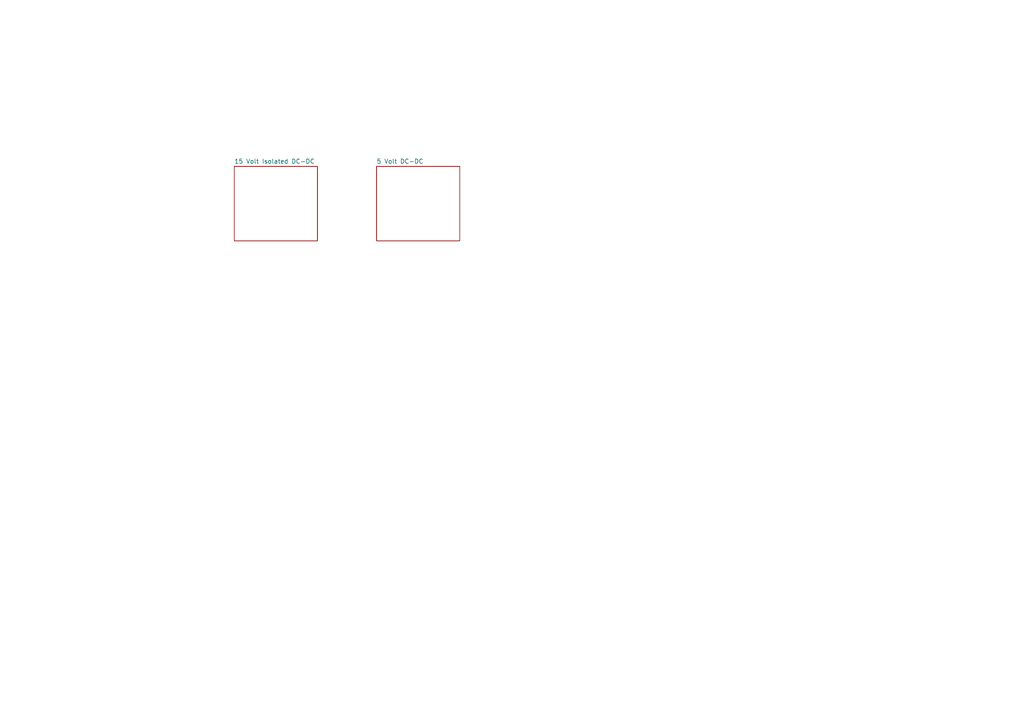
<source format=kicad_sch>
(kicad_sch
	(version 20231120)
	(generator "eeschema")
	(generator_version "8.0")
	(uuid "a4768a02-c961-4971-939f-bbf2bfa51fa3")
	(paper "A4")
	(title_block
		(title "Bidirectional Load Switch")
		(date "2024-09-17")
		(rev "0")
		(company "University of Wisconsin-Platteville")
	)
	(lib_symbols)
	(sheet
		(at 67.945 48.26)
		(size 24.13 21.59)
		(fields_autoplaced yes)
		(stroke
			(width 0.1524)
			(type solid)
		)
		(fill
			(color 0 0 0 0.0000)
		)
		(uuid "64dc0b5a-21d5-4edc-b6c2-a4fad2cceb53")
		(property "Sheetname" "15 Volt Isolated DC-DC"
			(at 67.945 47.5484 0)
			(effects
				(font
					(size 1.27 1.27)
				)
				(justify left bottom)
			)
		)
		(property "Sheetfile" "isolated_dc_to_dc.kicad_sch"
			(at 67.945 70.4346 0)
			(effects
				(font
					(size 1.27 1.27)
				)
				(justify left top)
				(hide yes)
			)
		)
		(instances
			(project "power_supply"
				(path "/a4768a02-c961-4971-939f-bbf2bfa51fa3"
					(page "2")
				)
			)
		)
	)
	(sheet
		(at 109.22 48.26)
		(size 24.13 21.59)
		(fields_autoplaced yes)
		(stroke
			(width 0.1524)
			(type solid)
		)
		(fill
			(color 0 0 0 0.0000)
		)
		(uuid "ddbdefe5-bf32-4636-87af-c8b1cd1d170c")
		(property "Sheetname" "5 Volt DC-DC"
			(at 109.22 47.5484 0)
			(effects
				(font
					(size 1.27 1.27)
				)
				(justify left bottom)
			)
		)
		(property "Sheetfile" "5_volt_dc_to_dc.kicad_sch"
			(at 109.22 70.4346 0)
			(effects
				(font
					(size 1.27 1.27)
				)
				(justify left top)
				(hide yes)
			)
		)
		(instances
			(project "power_supply"
				(path "/a4768a02-c961-4971-939f-bbf2bfa51fa3"
					(page "3")
				)
			)
		)
	)
	(sheet_instances
		(path "/"
			(page "1")
		)
	)
)

</source>
